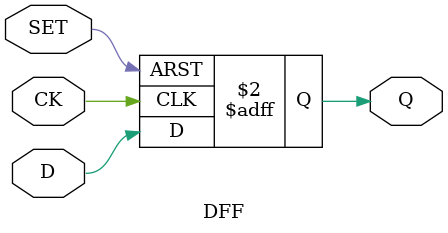
<source format=v>
module DFF(
  input CK,
  input SET,
  input D,
  output reg Q
);
  always @(posedge CK or posedge SET) begin
    if (SET) begin
      Q = 1;
    end else begin
      Q = D; 
    end
  end

endmodule
</source>
